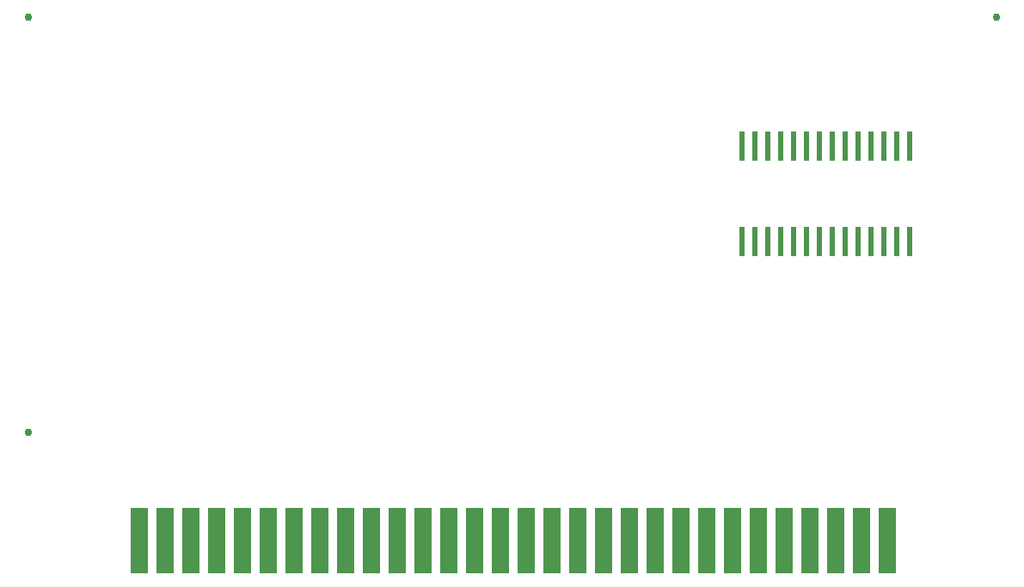
<source format=gbr>
G04 DipTrace 4.0.0.5*
G04 BottomPaste.gbr*
%MOIN*%
G04 #@! TF.FileFunction,Paste,Bot*
G04 #@! TF.Part,Single*
%ADD24C,0.029606*%
%ADD52R,0.019685X0.114173*%
%ADD70R,0.066929X0.251969*%
%FSLAX26Y26*%
G04*
G70*
G90*
G75*
G01*
G04 BotPaste*
%LPD*%
D24*
X481202Y2606201D3*
X4234325D3*
X481199Y996825D3*
D70*
X912450Y578076D3*
X1012450D3*
X1112450D3*
X1212450D3*
X1312450D3*
X1412450D3*
X1512450D3*
X1612450D3*
X1712450D3*
X1812450D3*
X1912450D3*
X2012450D3*
X2112450D3*
X2212450D3*
X2312450D3*
X2412450D3*
X2512450D3*
X2612450D3*
X2712450D3*
X2812450D3*
X2912450D3*
X3012450D3*
X3112450D3*
X3212450D3*
X3312450D3*
X3412450D3*
X3512450D3*
X3612450D3*
X3712450D3*
X3812450D3*
D52*
X3896825Y1736786D3*
X3846825D3*
X3796825D3*
X3746825D3*
X3696825D3*
X3646825D3*
X3596825D3*
X3546825D3*
X3496825D3*
X3446825D3*
X3396825D3*
X3346825D3*
X3296825D3*
X3246825D3*
Y2106865D3*
X3296825D3*
X3346825D3*
X3396825D3*
X3446825D3*
X3496825D3*
X3546825D3*
X3596825D3*
X3646825D3*
X3696825D3*
X3746825D3*
X3796825D3*
X3846825D3*
X3896825D3*
M02*

</source>
